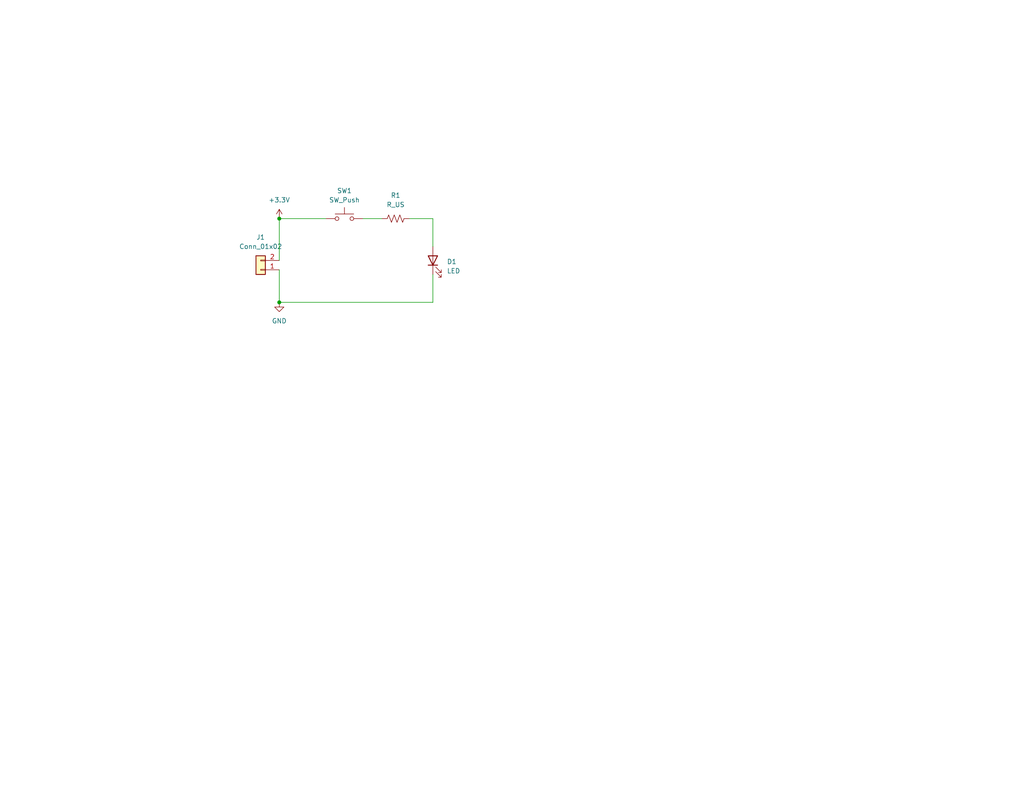
<source format=kicad_sch>
(kicad_sch (version 20231120) (generator "eeschema") (generator_version "8.0")
  (paper "USLetter")
  (title_block (title "Template") (date "2022-08-16") (rev "0.0") (company "Illini Solar Car") (comment 1 "Designed By: Your Name"))
  (lib_symbols
    (symbol "Connector_Generic:Conn_01x02" (pin_names (offset 1.016) hide)
      (property "Reference" "J" (at 0 2.54 0))
      (property "Value" "Conn_01x02" (at 0 -5.08 0))
      (symbol "Conn_01x02_1_1"
        (rectangle (start -1.27 -2.413) (end 0 -2.667) (stroke (width 0.1524)))
        (rectangle (start -1.27 0.127) (end 0 -0.127) (stroke (width 0.1524)))
        (rectangle (start -1.27 1.27) (end 1.27 -3.81) (stroke (width 0.254)) (fill (type background)))
        (pin passive line (at -5.08 0 0) (length 3.81) (name "Pin_1") (number "1"))
        (pin passive line (at -5.08 -2.54 0) (length 3.81) (name "Pin_2") (number "2"))
      )
    )
    (symbol "Device:R_US" (pin_numbers hide) (pin_names (offset 0))
      (property "Reference" "R" (at 2.54 0 90))
      (property "Value" "R_US" (at -2.54 0 90))
      (symbol "R_US_0_1"
        (polyline (pts (xy 0 -2.286) (xy 0 -2.54)))
        (polyline (pts (xy 0 2.286) (xy 0 2.54)))
        (polyline (pts (xy 0 -0.762) (xy 1.016 -1.143) (xy 0 -1.524) (xy -1.016 -1.905) (xy 0 -2.286)))
        (polyline (pts (xy 0 0.762) (xy 1.016 0.381) (xy 0 0) (xy -1.016 -0.381) (xy 0 -0.762)))
        (polyline (pts (xy 0 2.286) (xy 1.016 1.905) (xy 0 1.524) (xy -1.016 1.143) (xy 0 0.762)))
      )
      (symbol "R_US_1_1"
        (pin passive line (at 0 3.81 270) (length 1.27) (name "~") (number "1"))
        (pin passive line (at 0 -3.81 90) (length 1.27) (name "~") (number "2"))
      )
    )
    (symbol "Switch:SW_Push" (pin_numbers hide) (pin_names (offset 1.016) hide)
      (property "Reference" "SW" (at 1.27 2.54 0))
      (property "Value" "SW_Push" (at 0 -1.524 0))
      (symbol "SW_Push_0_1"
        (circle (center -2.032 0) (radius 0.508))
        (polyline (pts (xy 0 1.27) (xy 0 3.048)))
        (polyline (pts (xy 2.54 1.27) (xy -2.54 1.27)))
        (circle (center 2.032 0) (radius 0.508))
        (pin passive line (at -5.08 0 0) (length 2.54) (name "1") (number "1"))
        (pin passive line (at 5.08 0 180) (length 2.54) (name "2") (number "2"))
      )
    )
    (symbol "device:LED" (pin_numbers hide) (pin_names (offset 1.016) hide)
      (property "Reference" "D" (at 0 2.54 0))
      (property "Value" "LED" (at 0 -2.54 0))
      (symbol "LED_0_1"
        (polyline (pts (xy -1.27 -1.27) (xy -1.27 1.27)) (stroke (width 0.254)))
        (polyline (pts (xy -1.27 0) (xy 1.27 0)))
        (polyline (pts (xy 1.27 -1.27) (xy 1.27 1.27) (xy -1.27 0) (xy 1.27 -1.27)) (stroke (width 0.254)))
        (polyline (pts (xy -3.048 -0.762) (xy -4.572 -2.286) (xy -3.81 -2.286) (xy -4.572 -2.286) (xy -4.572 -1.524)))
        (polyline (pts (xy -1.778 -0.762) (xy -3.302 -2.286) (xy -2.54 -2.286) (xy -3.302 -2.286) (xy -3.302 -1.524)))
      )
      (symbol "LED_1_1"
        (pin passive line (at -3.81 0 0) (length 2.54) (name "K") (number "1"))
        (pin passive line (at 3.81 0 180) (length 2.54) (name "A") (number "2"))
      )
    )
    (symbol "power:+3.3V" (power) (pin_names (offset 0))
      (property "Value" "+3.3V" (at 0 3.556 0))
      (symbol "+3.3V_0_1"
        (polyline (pts (xy -0.762 1.27) (xy 0 2.54)))
        (polyline (pts (xy 0 0) (xy 0 2.54)))
        (polyline (pts (xy 0 2.54) (xy 0.762 1.27)))
      )
      (symbol "+3.3V_1_1"
        (pin power_in line (at 0 0 90) (length 0) hide (name "+3V3") (number "1"))
      )
    )
    (symbol "power:GND" (power) (pin_names (offset 0))
      (property "Value" "GND" (at 0 -3.81 0))
      (symbol "GND_0_1"
        (polyline (pts (xy 0 0) (xy 0 -1.27) (xy 1.27 -1.27) (xy 0 -2.54) (xy -1.27 -1.27) (xy 0 -1.27)))
      )
      (symbol "GND_1_1"
        (pin power_in line (at 0 0 270) (length 0) hide (name "GND") (number "1"))
      )
    )
  )
  (junction (at 76.2 59.69))
  (junction (at 76.2 82.55))
  (wire (pts (xy 76.2 59.69) (xy 76.2 71.12)))
  (wire (pts (xy 111.76 59.69) (xy 118.11 59.69)))
  (wire (pts (xy 76.2 73.66) (xy 76.2 82.55)))
  (wire (pts (xy 118.11 74.93) (xy 118.11 82.55)))
  (wire (pts (xy 76.2 59.69) (xy 88.9 59.69)))
  (wire (pts (xy 99.06 59.69) (xy 104.14 59.69)))
  (wire (pts (xy 76.2 82.55) (xy 118.11 82.55)))
  (wire (pts (xy 118.11 59.69) (xy 118.11 67.31)))
  (symbol (lib_id "Device:R_US") (at 107.95 59.69 90) (unit 1)
    (property "Reference" "R1" (at 107.95 53.34 90))
    (property "Value" "R_US" (at 107.95 55.88 90))
    (property "Footprint" "Resistor_SMD:R_0603_1608Metric_Pad0.98x0.95mm_HandSolder" (effects (hide yes)))
    (property "Description" "Resistor, US symbol" (effects (hide yes)))
  )
  (symbol (lib_id "Connector_Generic:Conn_01x02") (at 71.12 73.66 180) (unit 1)
    (property "Reference" "J1" (at 71.12 64.77 0))
    (property "Value" "Conn_01x02" (at 71.12 67.31 0))
    (property "Footprint" "Connector_Molex:Molex_KK-254_AE-6410-02A_1x02_P2.54mm_Vertical" (effects (hide yes)))
    (property "Description" "Generic connector, single row, 01x02, script generated (kicad-library-utils/schlib/autogen/connector/)" (effects (hide yes)))
  )
  (symbol (lib_id "power:+3.3V") (at 76.2 59.69 0) (unit 1)
    (property "Reference" "#PWR01" (effects (hide yes)))
    (property "Value" "+3.3V" (at 76.2 54.61 0))
    (property "Description" "Power symbol creates a global label with name \"+3.3V\"" (effects (hide yes)))
  )
  (symbol (lib_id "Switch:SW_Push") (at 93.98 59.69 0) (unit 1)
    (property "Reference" "SW1" (at 93.98 52.07 0))
    (property "Value" "SW_Push" (at 93.98 54.61 0))
    (property "Footprint" "Button_Switch_SMD:SW_DIP_SPSTx01_Slide_6.7x4.1mm_W8.61mm_P2.54mm_LowProfile" (effects (hide yes)))
    (property "Description" "Push button switch, generic, two pins" (effects (hide yes)))
  )
  (symbol (lib_id "power:GND") (at 76.2 82.55 0) (unit 1)
    (property "Reference" "#PWR02" (effects (hide yes)))
    (property "Value" "GND" (at 76.2 87.63 0))
    (property "Description" "Power symbol creates a global label with name \"GND\" , ground" (effects (hide yes)))
  )
  (symbol (lib_id "device:LED") (at 118.11 71.12 90) (unit 1)
    (property "Reference" "D1" (at 121.92 71.4374 90) (effects (justify right)))
    (property "Value" "LED" (at 121.92 73.9774 90) (effects (justify right)))
    (property "Footprint" "layout:LED_0603_Symbol_on_F.SilkS" (effects (hide yes)))
    (property "Description" "Light emitting diode" (effects (hide yes)))
  )
)
</source>
